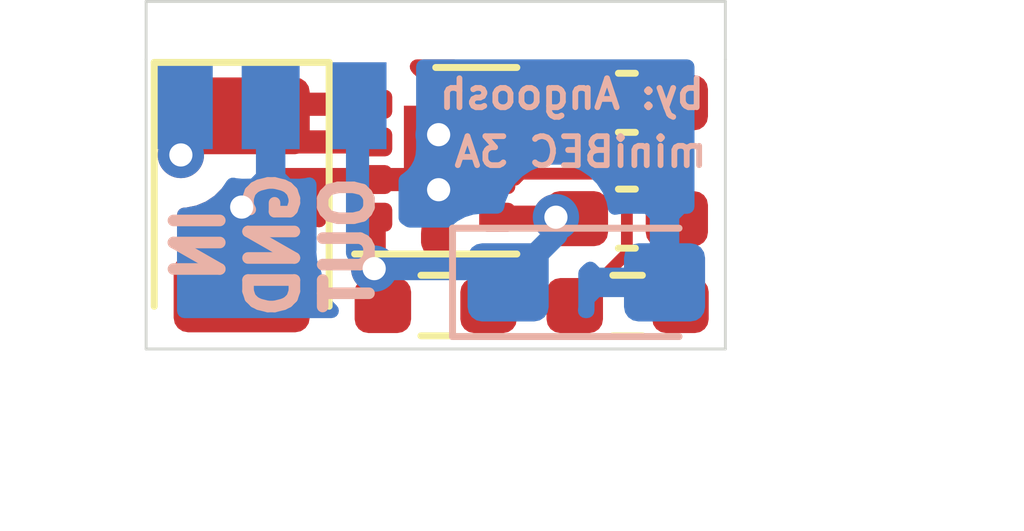
<source format=kicad_pcb>
(kicad_pcb (version 20171130) (host pcbnew 5.1.10)

  (general
    (thickness 1.6)
    (drawings 11)
    (tracks 43)
    (zones 0)
    (modules 8)
    (nets 6)
  )

  (page A4)
  (layers
    (0 F.Cu signal)
    (31 B.Cu signal)
    (32 B.Adhes user)
    (33 F.Adhes user)
    (34 B.Paste user)
    (35 F.Paste user)
    (36 B.SilkS user)
    (37 F.SilkS user)
    (38 B.Mask user)
    (39 F.Mask user)
    (40 Dwgs.User user)
    (41 Cmts.User user)
    (42 Eco1.User user)
    (43 Eco2.User user)
    (44 Edge.Cuts user)
    (45 Margin user)
    (46 B.CrtYd user)
    (47 F.CrtYd user)
    (48 B.Fab user)
    (49 F.Fab user)
  )

  (setup
    (last_trace_width 0.4)
    (user_trace_width 0.2032)
    (user_trace_width 0.4)
    (trace_clearance 0.2)
    (zone_clearance 0.508)
    (zone_45_only no)
    (trace_min 0.2)
    (via_size 0.8)
    (via_drill 0.4)
    (via_min_size 0.4)
    (via_min_drill 0.3)
    (uvia_size 0.3)
    (uvia_drill 0.1)
    (uvias_allowed no)
    (uvia_min_size 0.2)
    (uvia_min_drill 0.1)
    (edge_width 0.05)
    (segment_width 0.2)
    (pcb_text_width 0.3)
    (pcb_text_size 1.5 1.5)
    (mod_edge_width 0.12)
    (mod_text_size 1 1)
    (mod_text_width 0.15)
    (pad_size 1.524 1.524)
    (pad_drill 0.762)
    (pad_to_mask_clearance 0)
    (aux_axis_origin 0 0)
    (visible_elements FFFFFF7F)
    (pcbplotparams
      (layerselection 0x010f0_ffffffff)
      (usegerberextensions false)
      (usegerberattributes true)
      (usegerberadvancedattributes true)
      (creategerberjobfile true)
      (excludeedgelayer true)
      (linewidth 0.100000)
      (plotframeref false)
      (viasonmask false)
      (mode 1)
      (useauxorigin false)
      (hpglpennumber 1)
      (hpglpenspeed 20)
      (hpglpendiameter 15.000000)
      (psnegative false)
      (psa4output false)
      (plotreference false)
      (plotvalue false)
      (plotinvisibletext false)
      (padsonsilk false)
      (subtractmaskfromsilk false)
      (outputformat 1)
      (mirror false)
      (drillshape 0)
      (scaleselection 1)
      (outputdirectory "./gerber"))
  )

  (net 0 "")
  (net 1 GND)
  (net 2 VBUS)
  (net 3 "Net-(C2-Pad1)")
  (net 4 +5V)
  (net 5 "Net-(R1-Pad2)")

  (net_class Default "This is the default net class."
    (clearance 0.2)
    (trace_width 0.25)
    (via_dia 0.8)
    (via_drill 0.4)
    (uvia_dia 0.3)
    (uvia_drill 0.1)
    (add_net +5V)
    (add_net GND)
    (add_net "Net-(C2-Pad1)")
    (add_net "Net-(R1-Pad2)")
    (add_net "Net-(U1-Pad7)")
    (add_net VBUS)
  )

  (module Adcis_Kaplan:4mm_3pads (layer B.Cu) (tedit 60D983E8) (tstamp 60D9DCC1)
    (at 167.15 80.8)
    (path /60D9EC54)
    (fp_text reference J1 (at 0 -1.5) (layer B.SilkS) hide
      (effects (font (size 1 1) (thickness 0.15)) (justify mirror))
    )
    (fp_text value Conn_01x03 (at 0 0.5) (layer B.Fab)
      (effects (font (size 1 1) (thickness 0.15)) (justify mirror))
    )
    (pad 3 smd rect (at 1.5 0) (size 1 1.5) (layers B.Cu B.Paste B.Mask)
      (net 4 +5V))
    (pad 2 smd rect (at 0 0) (size 1 1.5) (layers B.Cu B.Paste B.Mask)
      (net 1 GND))
    (pad 1 smd rect (at -1.5 0) (size 1 1.5) (layers B.Cu B.Paste B.Mask)
      (net 2 VBUS))
  )

  (module Package_LGA:Texas_SIL0008D_MicroSiP-8-1EP_2.8x3mm_P0.65mm_EP1.1x1.9mm (layer F.Cu) (tedit 5DC5FD10) (tstamp 60D9DE03)
    (at 170 81.75)
    (descr "Texas SIL0008D MicroSiP, 8 Pin (http://www.ti.com/lit/ds/symlink/tps82130.pdf#page=19), generated with kicad-footprint-generator ipc_noLead_generator.py")
    (tags "Texas MicroSiP NoLead")
    (path /60D97F82)
    (attr smd)
    (fp_text reference U1 (at 0 -2.45) (layer F.SilkS) hide
      (effects (font (size 1 1) (thickness 0.15)))
    )
    (fp_text value TPS82130 (at 0 2.45) (layer F.Fab)
      (effects (font (size 1 1) (thickness 0.15)))
    )
    (fp_text user %R (at 0 0) (layer F.Fab)
      (effects (font (size 0.7 0.7) (thickness 0.1)))
    )
    (fp_line (start 0 -1.61) (end 1.4 -1.61) (layer F.SilkS) (width 0.12))
    (fp_line (start -1.4 1.61) (end 1.4 1.61) (layer F.SilkS) (width 0.12))
    (fp_line (start -0.7 -1.5) (end 1.4 -1.5) (layer F.Fab) (width 0.1))
    (fp_line (start 1.4 -1.5) (end 1.4 1.5) (layer F.Fab) (width 0.1))
    (fp_line (start 1.4 1.5) (end -1.4 1.5) (layer F.Fab) (width 0.1))
    (fp_line (start -1.4 1.5) (end -1.4 -0.8) (layer F.Fab) (width 0.1))
    (fp_line (start -1.4 -0.8) (end -0.7 -1.5) (layer F.Fab) (width 0.1))
    (fp_line (start -1.65 -1.75) (end -1.65 1.75) (layer F.CrtYd) (width 0.05))
    (fp_line (start -1.65 1.75) (end 1.65 1.75) (layer F.CrtYd) (width 0.05))
    (fp_line (start 1.65 1.75) (end 1.65 -1.75) (layer F.CrtYd) (width 0.05))
    (fp_line (start 1.65 -1.75) (end -1.65 -1.75) (layer F.CrtYd) (width 0.05))
    (pad "" smd roundrect (at 0 0.63) (size 0.89 0.51) (layers F.Paste) (roundrect_rratio 0.25))
    (pad "" smd roundrect (at 0 0) (size 0.89 0.51) (layers F.Paste) (roundrect_rratio 0.25))
    (pad "" smd roundrect (at 0 -0.63) (size 0.89 0.51) (layers F.Paste) (roundrect_rratio 0.25))
    (pad 9 smd rect (at 0 0) (size 1.1 1.9) (layers F.Cu F.Mask)
      (net 1 GND))
    (pad 8 smd roundrect (at 1.0625 -0.975) (size 0.625 0.5) (layers F.Cu F.Paste F.Mask) (roundrect_rratio 0.25)
      (net 3 "Net-(C2-Pad1)"))
    (pad 7 smd roundrect (at 1.0625 -0.325) (size 0.625 0.5) (layers F.Cu F.Paste F.Mask) (roundrect_rratio 0.25))
    (pad 6 smd roundrect (at 1.0625 0.325) (size 0.625 0.5) (layers F.Cu F.Paste F.Mask) (roundrect_rratio 0.25)
      (net 5 "Net-(R1-Pad2)"))
    (pad 5 smd roundrect (at 1.0625 0.975) (size 0.625 0.5) (layers F.Cu F.Paste F.Mask) (roundrect_rratio 0.25)
      (net 4 +5V))
    (pad 4 smd roundrect (at -1.0625 0.975) (size 0.625 0.5) (layers F.Cu F.Paste F.Mask) (roundrect_rratio 0.25)
      (net 4 +5V))
    (pad 3 smd roundrect (at -1.0625 0.325) (size 0.625 0.5) (layers F.Cu F.Paste F.Mask) (roundrect_rratio 0.25)
      (net 1 GND))
    (pad 2 smd roundrect (at -1.0625 -0.325) (size 0.625 0.5) (layers F.Cu F.Paste F.Mask) (roundrect_rratio 0.25)
      (net 2 VBUS))
    (pad 1 smd roundrect (at -1.0625 -0.975) (size 0.625 0.5) (layers F.Cu F.Paste F.Mask) (roundrect_rratio 0.25)
      (net 2 VBUS))
    (model ${KISYS3DMOD}/Package_LGA.3dshapes/Texas_SIL0008D_MicroSiP-8-1EP_2.8x3mm_P0.65mm_EP1.1x1.9mm.wrl
      (at (xyz 0 0 0))
      (scale (xyz 1 1 1))
      (rotate (xyz 0 0 0))
    )
  )

  (module Resistor_SMD:R_0603_1608Metric_Pad0.98x0.95mm_HandSolder (layer F.Cu) (tedit 5F68FEEE) (tstamp 60D9DCE3)
    (at 173.3125 84.25)
    (descr "Resistor SMD 0603 (1608 Metric), square (rectangular) end terminal, IPC_7351 nominal with elongated pad for handsoldering. (Body size source: IPC-SM-782 page 72, https://www.pcb-3d.com/wordpress/wp-content/uploads/ipc-sm-782a_amendment_1_and_2.pdf), generated with kicad-footprint-generator")
    (tags "resistor handsolder")
    (path /60D9AD55)
    (attr smd)
    (fp_text reference R2 (at 0 -1.43 180) (layer F.SilkS) hide
      (effects (font (size 1 1) (thickness 0.15)))
    )
    (fp_text value 8k2 (at 0 1.43 180) (layer F.Fab)
      (effects (font (size 1 1) (thickness 0.15)))
    )
    (fp_text user %R (at 0 0 180) (layer F.Fab)
      (effects (font (size 0.4 0.4) (thickness 0.06)))
    )
    (fp_line (start -0.8 0.4125) (end -0.8 -0.4125) (layer F.Fab) (width 0.1))
    (fp_line (start -0.8 -0.4125) (end 0.8 -0.4125) (layer F.Fab) (width 0.1))
    (fp_line (start 0.8 -0.4125) (end 0.8 0.4125) (layer F.Fab) (width 0.1))
    (fp_line (start 0.8 0.4125) (end -0.8 0.4125) (layer F.Fab) (width 0.1))
    (fp_line (start -0.254724 -0.5225) (end 0.254724 -0.5225) (layer F.SilkS) (width 0.12))
    (fp_line (start -0.254724 0.5225) (end 0.254724 0.5225) (layer F.SilkS) (width 0.12))
    (fp_line (start -1.65 0.73) (end -1.65 -0.73) (layer F.CrtYd) (width 0.05))
    (fp_line (start -1.65 -0.73) (end 1.65 -0.73) (layer F.CrtYd) (width 0.05))
    (fp_line (start 1.65 -0.73) (end 1.65 0.73) (layer F.CrtYd) (width 0.05))
    (fp_line (start 1.65 0.73) (end -1.65 0.73) (layer F.CrtYd) (width 0.05))
    (pad 2 smd roundrect (at 0.9125 0) (size 0.975 0.95) (layers F.Cu F.Paste F.Mask) (roundrect_rratio 0.25)
      (net 1 GND))
    (pad 1 smd roundrect (at -0.9125 0) (size 0.975 0.95) (layers F.Cu F.Paste F.Mask) (roundrect_rratio 0.25)
      (net 5 "Net-(R1-Pad2)"))
    (model ${KISYS3DMOD}/Resistor_SMD.3dshapes/R_0603_1608Metric.wrl
      (at (xyz 0 0 0))
      (scale (xyz 1 1 1))
      (rotate (xyz 0 0 0))
    )
  )

  (module Resistor_SMD:R_0603_1608Metric_Pad0.98x0.95mm_HandSolder (layer F.Cu) (tedit 5F68FEEE) (tstamp 60D9DCD2)
    (at 170 84.25)
    (descr "Resistor SMD 0603 (1608 Metric), square (rectangular) end terminal, IPC_7351 nominal with elongated pad for handsoldering. (Body size source: IPC-SM-782 page 72, https://www.pcb-3d.com/wordpress/wp-content/uploads/ipc-sm-782a_amendment_1_and_2.pdf), generated with kicad-footprint-generator")
    (tags "resistor handsolder")
    (path /60D9A8A8)
    (attr smd)
    (fp_text reference R1 (at 0 -1.43 180) (layer F.SilkS) hide
      (effects (font (size 1 1) (thickness 0.15)))
    )
    (fp_text value 43k (at 0 1.43 180) (layer F.Fab)
      (effects (font (size 1 1) (thickness 0.15)))
    )
    (fp_text user %R (at 0 0 180) (layer F.Fab)
      (effects (font (size 0.4 0.4) (thickness 0.06)))
    )
    (fp_line (start -0.8 0.4125) (end -0.8 -0.4125) (layer F.Fab) (width 0.1))
    (fp_line (start -0.8 -0.4125) (end 0.8 -0.4125) (layer F.Fab) (width 0.1))
    (fp_line (start 0.8 -0.4125) (end 0.8 0.4125) (layer F.Fab) (width 0.1))
    (fp_line (start 0.8 0.4125) (end -0.8 0.4125) (layer F.Fab) (width 0.1))
    (fp_line (start -0.254724 -0.5225) (end 0.254724 -0.5225) (layer F.SilkS) (width 0.12))
    (fp_line (start -0.254724 0.5225) (end 0.254724 0.5225) (layer F.SilkS) (width 0.12))
    (fp_line (start -1.65 0.73) (end -1.65 -0.73) (layer F.CrtYd) (width 0.05))
    (fp_line (start -1.65 -0.73) (end 1.65 -0.73) (layer F.CrtYd) (width 0.05))
    (fp_line (start 1.65 -0.73) (end 1.65 0.73) (layer F.CrtYd) (width 0.05))
    (fp_line (start 1.65 0.73) (end -1.65 0.73) (layer F.CrtYd) (width 0.05))
    (pad 2 smd roundrect (at 0.9125 0) (size 0.975 0.95) (layers F.Cu F.Paste F.Mask) (roundrect_rratio 0.25)
      (net 5 "Net-(R1-Pad2)"))
    (pad 1 smd roundrect (at -0.9125 0) (size 0.975 0.95) (layers F.Cu F.Paste F.Mask) (roundrect_rratio 0.25)
      (net 4 +5V))
    (model ${KISYS3DMOD}/Resistor_SMD.3dshapes/R_0603_1608Metric.wrl
      (at (xyz 0 0 0))
      (scale (xyz 1 1 1))
      (rotate (xyz 0 0 0))
    )
  )

  (module Capacitor_SMD:C_0603_1608Metric_Pad1.08x0.95mm_HandSolder (layer F.Cu) (tedit 5F68FEEF) (tstamp 60D9DCAA)
    (at 173.3 82.75)
    (descr "Capacitor SMD 0603 (1608 Metric), square (rectangular) end terminal, IPC_7351 nominal with elongated pad for handsoldering. (Body size source: IPC-SM-782 page 76, https://www.pcb-3d.com/wordpress/wp-content/uploads/ipc-sm-782a_amendment_1_and_2.pdf), generated with kicad-footprint-generator")
    (tags "capacitor handsolder")
    (path /60D98E80)
    (attr smd)
    (fp_text reference C4 (at 0 -1.43) (layer F.SilkS) hide
      (effects (font (size 1 1) (thickness 0.15)))
    )
    (fp_text value 4u7 (at 0 1.43) (layer F.Fab)
      (effects (font (size 1 1) (thickness 0.15)))
    )
    (fp_text user %R (at 0 0) (layer F.Fab)
      (effects (font (size 0.4 0.4) (thickness 0.06)))
    )
    (fp_line (start -0.8 0.4) (end -0.8 -0.4) (layer F.Fab) (width 0.1))
    (fp_line (start -0.8 -0.4) (end 0.8 -0.4) (layer F.Fab) (width 0.1))
    (fp_line (start 0.8 -0.4) (end 0.8 0.4) (layer F.Fab) (width 0.1))
    (fp_line (start 0.8 0.4) (end -0.8 0.4) (layer F.Fab) (width 0.1))
    (fp_line (start -0.146267 -0.51) (end 0.146267 -0.51) (layer F.SilkS) (width 0.12))
    (fp_line (start -0.146267 0.51) (end 0.146267 0.51) (layer F.SilkS) (width 0.12))
    (fp_line (start -1.65 0.73) (end -1.65 -0.73) (layer F.CrtYd) (width 0.05))
    (fp_line (start -1.65 -0.73) (end 1.65 -0.73) (layer F.CrtYd) (width 0.05))
    (fp_line (start 1.65 -0.73) (end 1.65 0.73) (layer F.CrtYd) (width 0.05))
    (fp_line (start 1.65 0.73) (end -1.65 0.73) (layer F.CrtYd) (width 0.05))
    (pad 2 smd roundrect (at 0.8625 0) (size 1.075 0.95) (layers F.Cu F.Paste F.Mask) (roundrect_rratio 0.25)
      (net 1 GND))
    (pad 1 smd roundrect (at -0.8625 0) (size 1.075 0.95) (layers F.Cu F.Paste F.Mask) (roundrect_rratio 0.25)
      (net 4 +5V))
    (model ${KISYS3DMOD}/Capacitor_SMD.3dshapes/C_0603_1608Metric.wrl
      (at (xyz 0 0 0))
      (scale (xyz 1 1 1))
      (rotate (xyz 0 0 0))
    )
  )

  (module Capacitor_Tantalum_SMD:CP_EIA-3216-18_Kemet-A (layer B.Cu) (tedit 5EBA9318) (tstamp 60D9DC99)
    (at 172.6 83.85)
    (descr "Tantalum Capacitor SMD Kemet-A (3216-18 Metric), IPC_7351 nominal, (Body size from: http://www.kemet.com/Lists/ProductCatalog/Attachments/253/KEM_TC101_STD.pdf), generated with kicad-footprint-generator")
    (tags "capacitor tantalum")
    (path /60D9978D)
    (attr smd)
    (fp_text reference C3 (at 0 1.75) (layer B.SilkS) hide
      (effects (font (size 1 1) (thickness 0.15)) (justify mirror))
    )
    (fp_text value 10u/10V (at 0 -1.75) (layer B.Fab)
      (effects (font (size 1 1) (thickness 0.15)) (justify mirror))
    )
    (fp_text user %R (at 0 0) (layer B.Fab)
      (effects (font (size 0.8 0.8) (thickness 0.12)) (justify mirror))
    )
    (fp_line (start 1.6 0.8) (end -1.2 0.8) (layer B.Fab) (width 0.1))
    (fp_line (start -1.2 0.8) (end -1.6 0.4) (layer B.Fab) (width 0.1))
    (fp_line (start -1.6 0.4) (end -1.6 -0.8) (layer B.Fab) (width 0.1))
    (fp_line (start -1.6 -0.8) (end 1.6 -0.8) (layer B.Fab) (width 0.1))
    (fp_line (start 1.6 -0.8) (end 1.6 0.8) (layer B.Fab) (width 0.1))
    (fp_line (start 1.6 0.935) (end -2.31 0.935) (layer B.SilkS) (width 0.12))
    (fp_line (start -2.31 0.935) (end -2.31 -0.935) (layer B.SilkS) (width 0.12))
    (fp_line (start -2.31 -0.935) (end 1.6 -0.935) (layer B.SilkS) (width 0.12))
    (fp_line (start -2.3 -1.05) (end -2.3 1.05) (layer B.CrtYd) (width 0.05))
    (fp_line (start -2.3 1.05) (end 2.3 1.05) (layer B.CrtYd) (width 0.05))
    (fp_line (start 2.3 1.05) (end 2.3 -1.05) (layer B.CrtYd) (width 0.05))
    (fp_line (start 2.3 -1.05) (end -2.3 -1.05) (layer B.CrtYd) (width 0.05))
    (pad 2 smd roundrect (at 1.35 0) (size 1.4 1.35) (layers B.Cu B.Paste B.Mask) (roundrect_rratio 0.1851844444444445)
      (net 1 GND))
    (pad 1 smd roundrect (at -1.35 0) (size 1.4 1.35) (layers B.Cu B.Paste B.Mask) (roundrect_rratio 0.1851844444444445)
      (net 4 +5V))
    (model ${KISYS3DMOD}/Capacitor_Tantalum_SMD.3dshapes/CP_EIA-3216-18_Kemet-A.wrl
      (at (xyz 0 0 0))
      (scale (xyz 1 1 1))
      (rotate (xyz 0 0 0))
    )
  )

  (module Capacitor_SMD:C_0603_1608Metric_Pad1.08x0.95mm_HandSolder (layer F.Cu) (tedit 5F68FEEF) (tstamp 60D9DC86)
    (at 173.3 80.75)
    (descr "Capacitor SMD 0603 (1608 Metric), square (rectangular) end terminal, IPC_7351 nominal with elongated pad for handsoldering. (Body size source: IPC-SM-782 page 76, https://www.pcb-3d.com/wordpress/wp-content/uploads/ipc-sm-782a_amendment_1_and_2.pdf), generated with kicad-footprint-generator")
    (tags "capacitor handsolder")
    (path /60D9860C)
    (attr smd)
    (fp_text reference C2 (at 0 -1.43) (layer F.SilkS) hide
      (effects (font (size 1 1) (thickness 0.15)))
    )
    (fp_text value 4n7 (at 0 1.43) (layer F.Fab)
      (effects (font (size 1 1) (thickness 0.15)))
    )
    (fp_text user %R (at 0 0) (layer F.Fab)
      (effects (font (size 0.4 0.4) (thickness 0.06)))
    )
    (fp_line (start -0.8 0.4) (end -0.8 -0.4) (layer F.Fab) (width 0.1))
    (fp_line (start -0.8 -0.4) (end 0.8 -0.4) (layer F.Fab) (width 0.1))
    (fp_line (start 0.8 -0.4) (end 0.8 0.4) (layer F.Fab) (width 0.1))
    (fp_line (start 0.8 0.4) (end -0.8 0.4) (layer F.Fab) (width 0.1))
    (fp_line (start -0.146267 -0.51) (end 0.146267 -0.51) (layer F.SilkS) (width 0.12))
    (fp_line (start -0.146267 0.51) (end 0.146267 0.51) (layer F.SilkS) (width 0.12))
    (fp_line (start -1.65 0.73) (end -1.65 -0.73) (layer F.CrtYd) (width 0.05))
    (fp_line (start -1.65 -0.73) (end 1.65 -0.73) (layer F.CrtYd) (width 0.05))
    (fp_line (start 1.65 -0.73) (end 1.65 0.73) (layer F.CrtYd) (width 0.05))
    (fp_line (start 1.65 0.73) (end -1.65 0.73) (layer F.CrtYd) (width 0.05))
    (pad 2 smd roundrect (at 0.8625 0) (size 1.075 0.95) (layers F.Cu F.Paste F.Mask) (roundrect_rratio 0.25)
      (net 1 GND))
    (pad 1 smd roundrect (at -0.8625 0) (size 1.075 0.95) (layers F.Cu F.Paste F.Mask) (roundrect_rratio 0.25)
      (net 3 "Net-(C2-Pad1)"))
    (model ${KISYS3DMOD}/Capacitor_SMD.3dshapes/C_0603_1608Metric.wrl
      (at (xyz 0 0 0))
      (scale (xyz 1 1 1))
      (rotate (xyz 0 0 0))
    )
  )

  (module Capacitor_Tantalum_SMD:CP_EIA-3528-21_Kemet-B (layer F.Cu) (tedit 5EBA9318) (tstamp 60D9DC75)
    (at 166.65 82.5125 270)
    (descr "Tantalum Capacitor SMD Kemet-B (3528-21 Metric), IPC_7351 nominal, (Body size from: http://www.kemet.com/Lists/ProductCatalog/Attachments/253/KEM_TC101_STD.pdf), generated with kicad-footprint-generator")
    (tags "capacitor tantalum")
    (path /60D99E3F)
    (attr smd)
    (fp_text reference C1 (at 0 -2.35 90) (layer F.SilkS) hide
      (effects (font (size 1 1) (thickness 0.15)))
    )
    (fp_text value 10u/20V (at 0 2.35 90) (layer F.Fab)
      (effects (font (size 1 1) (thickness 0.15)))
    )
    (fp_text user %R (at 0 0 90) (layer F.Fab)
      (effects (font (size 0.88 0.88) (thickness 0.13)))
    )
    (fp_line (start 1.75 -1.4) (end -1.05 -1.4) (layer F.Fab) (width 0.1))
    (fp_line (start -1.05 -1.4) (end -1.75 -0.7) (layer F.Fab) (width 0.1))
    (fp_line (start -1.75 -0.7) (end -1.75 1.4) (layer F.Fab) (width 0.1))
    (fp_line (start -1.75 1.4) (end 1.75 1.4) (layer F.Fab) (width 0.1))
    (fp_line (start 1.75 1.4) (end 1.75 -1.4) (layer F.Fab) (width 0.1))
    (fp_line (start 1.75 -1.51) (end -2.46 -1.51) (layer F.SilkS) (width 0.12))
    (fp_line (start -2.46 -1.51) (end -2.46 1.51) (layer F.SilkS) (width 0.12))
    (fp_line (start -2.46 1.51) (end 1.75 1.51) (layer F.SilkS) (width 0.12))
    (fp_line (start -2.45 1.65) (end -2.45 -1.65) (layer F.CrtYd) (width 0.05))
    (fp_line (start -2.45 -1.65) (end 2.45 -1.65) (layer F.CrtYd) (width 0.05))
    (fp_line (start 2.45 -1.65) (end 2.45 1.65) (layer F.CrtYd) (width 0.05))
    (fp_line (start 2.45 1.65) (end -2.45 1.65) (layer F.CrtYd) (width 0.05))
    (pad 2 smd roundrect (at 1.5375 0 270) (size 1.325 2.35) (layers F.Cu F.Paste F.Mask) (roundrect_rratio 0.1886784905660377)
      (net 1 GND))
    (pad 1 smd roundrect (at -1.5375 0 270) (size 1.325 2.35) (layers F.Cu F.Paste F.Mask) (roundrect_rratio 0.1886784905660377)
      (net 2 VBUS))
    (model ${KISYS3DMOD}/Capacitor_Tantalum_SMD.3dshapes/CP_EIA-3528-21_Kemet-B.wrl
      (at (xyz 0 0 0))
      (scale (xyz 1 1 1))
      (rotate (xyz 0 0 0))
    )
  )

  (gr_line (start 165 79) (end 165 80) (layer Edge.Cuts) (width 0.05) (tstamp 60D9EE34))
  (gr_line (start 175 79) (end 175 80) (layer Edge.Cuts) (width 0.05) (tstamp 60D9EE33))
  (gr_text "miniBEC 3A" (at 172.5 81.6) (layer B.SilkS)
    (effects (font (size 0.5 0.5) (thickness 0.1)) (justify mirror))
  )
  (gr_text "by: Angoosh" (at 172.35 80.6) (layer B.SilkS)
    (effects (font (size 0.5 0.5) (thickness 0.1)) (justify mirror))
  )
  (gr_text "IN\nGND\nOUT" (at 167.2 83.2 90) (layer B.SilkS)
    (effects (font (size 0.8 0.8) (thickness 0.2)) (justify mirror))
  )
  (dimension 10 (width 0.15) (layer Dwgs.User)
    (gr_text "10,000 mm" (at 170 88.8) (layer Dwgs.User)
      (effects (font (size 1 1) (thickness 0.15)))
    )
    (feature1 (pts (xy 165 85) (xy 165 88.086421)))
    (feature2 (pts (xy 175 85) (xy 175 88.086421)))
    (crossbar (pts (xy 175 87.5) (xy 165 87.5)))
    (arrow1a (pts (xy 165 87.5) (xy 166.126504 86.913579)))
    (arrow1b (pts (xy 165 87.5) (xy 166.126504 88.086421)))
    (arrow2a (pts (xy 175 87.5) (xy 173.873496 86.913579)))
    (arrow2b (pts (xy 175 87.5) (xy 173.873496 88.086421)))
  )
  (dimension 5 (width 0.15) (layer Dwgs.User)
    (gr_text "5,000 mm" (at 178.8 82.5 90) (layer Dwgs.User)
      (effects (font (size 1 1) (thickness 0.15)))
    )
    (feature1 (pts (xy 175 80) (xy 178.086421 80)))
    (feature2 (pts (xy 175 85) (xy 178.086421 85)))
    (crossbar (pts (xy 177.5 85) (xy 177.5 80)))
    (arrow1a (pts (xy 177.5 80) (xy 178.086421 81.126504)))
    (arrow1b (pts (xy 177.5 80) (xy 176.913579 81.126504)))
    (arrow2a (pts (xy 177.5 85) (xy 178.086421 83.873496)))
    (arrow2b (pts (xy 177.5 85) (xy 176.913579 83.873496)))
  )
  (gr_line (start 165 85) (end 175 85) (layer Edge.Cuts) (width 0.05) (tstamp 60D9E081))
  (gr_line (start 165 80) (end 165 85) (layer Edge.Cuts) (width 0.05))
  (gr_line (start 175 79) (end 165 79) (layer Edge.Cuts) (width 0.05))
  (gr_line (start 175 85) (end 175 80) (layer Edge.Cuts) (width 0.05))

  (via (at 170.05 81.3) (size 0.8) (drill 0.4) (layers F.Cu B.Cu) (net 1))
  (via (at 170.05 82.25) (size 0.8) (drill 0.4) (layers F.Cu B.Cu) (net 1))
  (via (at 166.65 82.55) (size 0.8) (drill 0.4) (layers F.Cu B.Cu) (net 1))
  (segment (start 169.675 82.075) (end 170 81.75) (width 0.4) (layer F.Cu) (net 1))
  (segment (start 168.9375 82.075) (end 169.675 82.075) (width 0.4) (layer F.Cu) (net 1))
  (segment (start 167.125 82.075) (end 166.65 82.55) (width 0.4) (layer F.Cu) (net 1))
  (segment (start 168.9375 82.075) (end 167.125 82.075) (width 0.4) (layer F.Cu) (net 1))
  (segment (start 167.15 82.05) (end 166.65 82.55) (width 0.4) (layer B.Cu) (net 1))
  (segment (start 167.15 80.8) (end 167.15 82.05) (width 0.4) (layer B.Cu) (net 1))
  (segment (start 168.9375 81.425) (end 168.9375 80.775) (width 0.4) (layer F.Cu) (net 2))
  (segment (start 166.85 80.775) (end 166.65 80.975) (width 0.4) (layer F.Cu) (net 2))
  (segment (start 168.9375 80.775) (end 166.85 80.775) (width 0.4) (layer F.Cu) (net 2))
  (segment (start 167.1 81.425) (end 166.65 80.975) (width 0.4) (layer F.Cu) (net 2))
  (segment (start 168.9375 81.425) (end 167.1 81.425) (width 0.4) (layer F.Cu) (net 2))
  (segment (start 166.65 80.975) (end 166.275 80.975) (width 0.4) (layer F.Cu) (net 2))
  (segment (start 166.275 80.975) (end 165.6 81.65) (width 0.4) (layer F.Cu) (net 2))
  (segment (start 165.6 81.65) (end 165.6 81.65) (width 0.4) (layer F.Cu) (net 2) (tstamp 60D9EA4C))
  (via (at 165.6 81.65) (size 0.8) (drill 0.4) (layers F.Cu B.Cu) (net 2))
  (segment (start 165.6 80.85) (end 165.65 80.8) (width 0.4) (layer B.Cu) (net 2))
  (segment (start 165.6 81.65) (end 165.6 80.85) (width 0.4) (layer B.Cu) (net 2))
  (segment (start 172.4125 80.775) (end 172.4375 80.75) (width 0.25) (layer F.Cu) (net 3))
  (segment (start 171.0625 80.775) (end 172.4125 80.775) (width 0.25) (layer F.Cu) (net 3))
  (segment (start 168.9375 84.1) (end 169.0875 84.25) (width 0.4) (layer F.Cu) (net 4))
  (segment (start 168.9375 82.725) (end 168.9375 83.6125) (width 0.4) (layer F.Cu) (net 4))
  (segment (start 172.4125 82.725) (end 172.4375 82.75) (width 0.4) (layer F.Cu) (net 4))
  (segment (start 171.0625 82.725) (end 172.075 82.725) (width 0.4) (layer F.Cu) (net 4))
  (segment (start 168.9375 83.6125) (end 168.9375 84.1) (width 0.4) (layer F.Cu) (net 4) (tstamp 60D9E323))
  (via (at 168.9375 83.6125) (size 0.8) (drill 0.4) (layers F.Cu B.Cu) (net 4))
  (segment (start 171.0125 83.6125) (end 171.25 83.85) (width 0.4) (layer B.Cu) (net 4))
  (segment (start 168.9375 83.6125) (end 171.0125 83.6125) (width 0.4) (layer B.Cu) (net 4))
  (segment (start 172.075 82.725) (end 172.4125 82.725) (width 0.4) (layer F.Cu) (net 4) (tstamp 60D9E34D))
  (via (at 172.075 82.725) (size 0.8) (drill 0.4) (layers F.Cu B.Cu) (net 4))
  (segment (start 172.075 83.025) (end 171.25 83.85) (width 0.4) (layer B.Cu) (net 4))
  (segment (start 172.075 82.725) (end 172.075 83.025) (width 0.4) (layer B.Cu) (net 4))
  (segment (start 168.65 83.325) (end 168.9375 83.6125) (width 0.4) (layer B.Cu) (net 4))
  (segment (start 168.65 80.8) (end 168.65 83.325) (width 0.4) (layer B.Cu) (net 4))
  (segment (start 170.9125 84.25) (end 172.4 84.25) (width 0.25) (layer F.Cu) (net 5))
  (segment (start 171.375 82.075) (end 171.0625 82.075) (width 0.2032) (layer F.Cu) (net 5))
  (segment (start 171.47661 81.97339) (end 171.375 82.075) (width 0.2032) (layer F.Cu) (net 5))
  (segment (start 172.97339 81.97339) (end 171.47661 81.97339) (width 0.2032) (layer F.Cu) (net 5))
  (segment (start 173.3 82.3) (end 172.97339 81.97339) (width 0.2032) (layer F.Cu) (net 5))
  (segment (start 173.3 83.35) (end 173.3 82.3) (width 0.2032) (layer F.Cu) (net 5))
  (segment (start 172.4 84.25) (end 173.3 83.35) (width 0.2032) (layer F.Cu) (net 5))

  (zone (net 1) (net_name GND) (layer F.Cu) (tstamp 60D9EE2A) (hatch edge 0.508)
    (connect_pads (clearance 0.508))
    (min_thickness 0.254)
    (fill yes (arc_segments 32) (thermal_gap 0.508) (thermal_bridge_width 0.508))
    (polygon
      (pts
        (xy 175 85) (xy 165 85) (xy 165 80) (xy 175 80)
      )
    )
    (filled_polygon
      (pts
        (xy 174.2895 80.623) (xy 174.3095 80.623) (xy 174.3095 80.877) (xy 174.2895 80.877) (xy 174.2895 81.70125)
        (xy 174.33825 81.75) (xy 174.2895 81.79875) (xy 174.2895 82.623) (xy 174.3095 82.623) (xy 174.3095 82.877)
        (xy 174.2895 82.877) (xy 174.2895 83.70125) (xy 174.34 83.75175) (xy 174.34 84.34) (xy 174.078 84.34)
        (xy 174.078 84.123) (xy 174.098 84.123) (xy 174.098 83.29875) (xy 174.0366 83.23735) (xy 174.0366 82.336175)
        (xy 174.040163 82.299999) (xy 174.0366 82.263823) (xy 174.0366 82.263814) (xy 174.0355 82.252645) (xy 174.0355 81.79875)
        (xy 173.98675 81.75) (xy 174.0355 81.70125) (xy 174.0355 80.877) (xy 174.0155 80.877) (xy 174.0155 80.623)
        (xy 174.0355 80.623) (xy 174.0355 80.603) (xy 174.2895 80.603)
      )
    )
    (filled_polygon
      (pts
        (xy 168.052188 82.294562) (xy 167.99 82.35675) (xy 168.001271 82.454367) (xy 167.986928 82.6) (xy 167.986928 82.773047)
        (xy 167.949482 82.761688) (xy 167.825 82.749428) (xy 166.93575 82.7525) (xy 166.777 82.91125) (xy 166.777 83.923)
        (xy 166.797 83.923) (xy 166.797 84.177) (xy 166.777 84.177) (xy 166.777 84.197) (xy 166.523 84.197)
        (xy 166.523 84.177) (xy 166.503 84.177) (xy 166.503 83.923) (xy 166.523 83.923) (xy 166.523 82.91125)
        (xy 166.36425 82.7525) (xy 165.66 82.750067) (xy 165.66 82.685) (xy 165.701939 82.685) (xy 165.901898 82.645226)
        (xy 166.090256 82.567205) (xy 166.259774 82.453937) (xy 166.403937 82.309774) (xy 166.42679 82.275572) (xy 167.575001 82.275572)
        (xy 167.733106 82.26) (xy 168.070662 82.26)
      )
    )
    (filled_polygon
      (pts
        (xy 170.290687 80.164943) (xy 170.28575 80.165) (xy 170.127 80.32375) (xy 170.127 80.49978) (xy 170.12659 80.501132)
        (xy 170.111928 80.65) (xy 170.111928 80.9) (xy 170.12659 81.048868) (xy 170.127 81.05022) (xy 170.127 81.14978)
        (xy 170.12659 81.151132) (xy 170.111928 81.3) (xy 170.111928 81.55) (xy 170.12659 81.698868) (xy 170.142101 81.75)
        (xy 170.12659 81.801132) (xy 170.111928 81.95) (xy 170.111928 82.2) (xy 170.12659 82.348868) (xy 170.127 82.35022)
        (xy 170.127 82.44978) (xy 170.12659 82.451132) (xy 170.111928 82.6) (xy 170.111928 82.85) (xy 170.12659 82.998868)
        (xy 170.127 83.00022) (xy 170.127 83.17625) (xy 170.214624 83.263874) (xy 170.176058 83.284488) (xy 170.043377 83.393377)
        (xy 170 83.446232) (xy 169.956623 83.393377) (xy 169.947741 83.386088) (xy 169.932726 83.310602) (xy 169.873 83.166412)
        (xy 169.873 83.00022) (xy 169.87341 82.998868) (xy 169.888072 82.85) (xy 169.888072 82.6) (xy 169.873729 82.454367)
        (xy 169.885 82.35675) (xy 169.873 82.34475) (xy 169.873 81.877) (xy 169.853 81.877) (xy 169.853 81.82525)
        (xy 169.885 81.79325) (xy 169.873729 81.695633) (xy 169.888072 81.55) (xy 169.888072 81.3) (xy 169.87341 81.151132)
        (xy 169.873 81.14978) (xy 169.873 81.05022) (xy 169.87341 81.048868) (xy 169.888072 80.9) (xy 169.888072 80.65)
        (xy 169.87341 80.501132) (xy 169.873 80.49978) (xy 169.873 80.32375) (xy 169.71425 80.165) (xy 169.709313 80.164943)
        (xy 169.678174 80.127) (xy 170.321826 80.127)
      )
    )
  )
  (zone (net 1) (net_name GND) (layer B.Cu) (tstamp 60D9EE27) (hatch edge 0.508)
    (connect_pads (clearance 0.508))
    (min_thickness 0.254)
    (fill yes (arc_segments 32) (thermal_gap 0.508) (thermal_bridge_width 0.508))
    (polygon
      (pts
        (xy 174.95 85) (xy 165 85) (xy 165 80) (xy 174.95 80)
      )
    )
    (filled_polygon
      (pts
        (xy 167.277 80.673) (xy 167.297 80.673) (xy 167.297 80.927) (xy 167.277 80.927) (xy 167.277 82.02625)
        (xy 167.43575 82.185) (xy 167.65 82.188072) (xy 167.774482 82.175812) (xy 167.815001 82.163521) (xy 167.815001 83.283972)
        (xy 167.81096 83.325) (xy 167.827082 83.488688) (xy 167.874828 83.646086) (xy 167.9025 83.697856) (xy 167.9025 83.714439)
        (xy 167.942274 83.914398) (xy 168.020295 84.102756) (xy 168.133563 84.272274) (xy 168.201289 84.34) (xy 165.66 84.34)
        (xy 165.66 82.685) (xy 165.701939 82.685) (xy 165.901898 82.645226) (xy 166.090256 82.567205) (xy 166.259774 82.453937)
        (xy 166.403937 82.309774) (xy 166.498852 82.167723) (xy 166.525518 82.175812) (xy 166.65 82.188072) (xy 166.86425 82.185)
        (xy 167.023 82.02625) (xy 167.023 80.927) (xy 167.003 80.927) (xy 167.003 80.673) (xy 167.023 80.673)
        (xy 167.023 80.653) (xy 167.277 80.653)
      )
    )
    (filled_polygon
      (pts
        (xy 174.34 82.539227) (xy 174.23575 82.54) (xy 174.077 82.69875) (xy 174.077 83.723) (xy 174.097 83.723)
        (xy 174.097 83.977) (xy 174.077 83.977) (xy 174.077 83.997) (xy 173.823 83.997) (xy 173.823 83.977)
        (xy 172.77375 83.977) (xy 172.615 84.13575) (xy 172.613388 84.34) (xy 172.58167 84.34) (xy 172.588072 84.275001)
        (xy 172.588072 83.692796) (xy 172.636426 83.644442) (xy 172.668291 83.618291) (xy 172.668629 83.617879) (xy 172.77375 83.723)
        (xy 173.823 83.723) (xy 173.823 82.69875) (xy 173.66425 82.54) (xy 173.25 82.536928) (xy 173.125518 82.549188)
        (xy 173.097025 82.557831) (xy 173.070226 82.423102) (xy 172.992205 82.234744) (xy 172.878937 82.065226) (xy 172.734774 81.921063)
        (xy 172.565256 81.807795) (xy 172.376898 81.729774) (xy 172.176939 81.69) (xy 171.973061 81.69) (xy 171.773102 81.729774)
        (xy 171.584744 81.807795) (xy 171.415226 81.921063) (xy 171.271063 82.065226) (xy 171.157795 82.234744) (xy 171.079774 82.423102)
        (xy 171.057133 82.536928) (xy 170.799999 82.536928) (xy 170.626745 82.553992) (xy 170.460149 82.604528) (xy 170.306613 82.686595)
        (xy 170.195845 82.7775) (xy 169.550785 82.7775) (xy 169.485 82.733544) (xy 169.485 82.090957) (xy 169.504494 82.080537)
        (xy 169.601185 82.001185) (xy 169.680537 81.904494) (xy 169.739502 81.79418) (xy 169.775812 81.674482) (xy 169.788072 81.55)
        (xy 169.788072 80.127) (xy 174.340001 80.127)
      )
    )
  )
)

</source>
